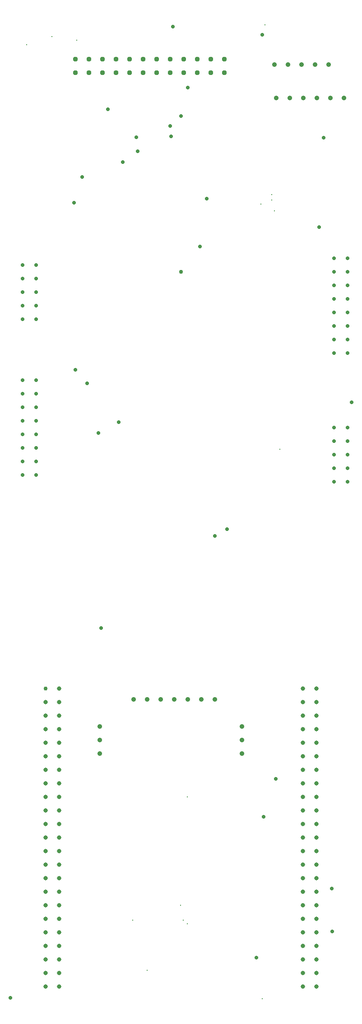
<source format=gbr>
G04 Layer_Color=0*
%FSLAX26Y26*%
%MOIN*%
%TF.FileFunction,Plated,1,6,PTH,Drill*%
%TF.Part,Single*%
G01*
G75*
%TA.AperFunction,ComponentDrill*%
%ADD96C,0.035433*%
%ADD97C,0.027953*%
%ADD98C,0.037402*%
%ADD99C,0.030000*%
%ADD100C,0.031496*%
%ADD101C,0.035433*%
%TA.AperFunction,OtherDrill,Pad Free-2 (-1318mil,5778.5mil)*%
%ADD102C,0.030000*%
%TA.AperFunction,ViaDrill,NotFilled*%
%ADD103C,0.028000*%
%ADD104C,0.011811*%
D96*
X-869851Y2220178D02*
D03*
X-869851Y2320178D02*
D03*
X-869851Y2420178D02*
D03*
X-1919851Y2220178D02*
D03*
X-1919851Y2320178D02*
D03*
X-1919851Y2420178D02*
D03*
D97*
X-188000Y4228500D02*
D03*
X-188000Y4328500D02*
D03*
X-188000Y4428500D02*
D03*
X-188000Y4528500D02*
D03*
X-188000Y4628500D02*
D03*
X-88000Y4228500D02*
D03*
X-88000Y4328500D02*
D03*
X-88000Y4428500D02*
D03*
X-88000Y4528500D02*
D03*
X-88000Y4628500D02*
D03*
X-2488000Y5428500D02*
D03*
X-2488000Y5528500D02*
D03*
X-2488000Y5628500D02*
D03*
X-2488000Y5728500D02*
D03*
X-2488000Y5828500D02*
D03*
X-2388000Y5428500D02*
D03*
X-2388000Y5528500D02*
D03*
X-2388000Y5628500D02*
D03*
X-2388000Y5728500D02*
D03*
X-2388000Y5828500D02*
D03*
X-2388000Y4278500D02*
D03*
X-2388000Y4378500D02*
D03*
X-2388000Y4478500D02*
D03*
X-2488000Y4278500D02*
D03*
X-2488000Y4378500D02*
D03*
X-2488000Y4478500D02*
D03*
X-2388000Y4578500D02*
D03*
X-2388000Y4678500D02*
D03*
X-2388000Y4778500D02*
D03*
X-2388000Y4878500D02*
D03*
X-2388000Y4978500D02*
D03*
X-2488000Y4578500D02*
D03*
X-2488000Y4678500D02*
D03*
X-2488000Y4778500D02*
D03*
X-2488000Y4878500D02*
D03*
X-2488000Y4978500D02*
D03*
X-88000Y5178500D02*
D03*
X-88000Y5278500D02*
D03*
X-88000Y5378500D02*
D03*
X-188000Y5178500D02*
D03*
X-188000Y5278500D02*
D03*
X-188000Y5378500D02*
D03*
X-88000Y5478500D02*
D03*
X-88000Y5578500D02*
D03*
X-88000Y5678500D02*
D03*
X-88000Y5778500D02*
D03*
X-88000Y5878500D02*
D03*
X-188000Y5478500D02*
D03*
X-188000Y5578500D02*
D03*
X-188000Y5678500D02*
D03*
X-188000Y5778500D02*
D03*
X-188000Y5878500D02*
D03*
D98*
X-1098000Y7248500D02*
D03*
X-1098000Y7348500D02*
D03*
X-1198000Y7348500D02*
D03*
X-1298000Y7348500D02*
D03*
X-1398000Y7348500D02*
D03*
X-1498000Y7348500D02*
D03*
X-1598000Y7348500D02*
D03*
X-1698000Y7348500D02*
D03*
X-1798000Y7348500D02*
D03*
X-1898000Y7348500D02*
D03*
X-1998000Y7348500D02*
D03*
X-2098000Y7348500D02*
D03*
X-1198000Y7248500D02*
D03*
X-1298000Y7248500D02*
D03*
X-1398000Y7248500D02*
D03*
X-1498000Y7248500D02*
D03*
X-1598000Y7248500D02*
D03*
X-1698000Y7248500D02*
D03*
X-1798000Y7248500D02*
D03*
X-1898000Y7248500D02*
D03*
X-1998000Y7248500D02*
D03*
X-2098000Y7248500D02*
D03*
X-998000Y7348500D02*
D03*
X-998000Y7248500D02*
D03*
D99*
X-2318000Y2700000D02*
D03*
D100*
X-418000Y500000D02*
D03*
X-418000Y600000D02*
D03*
X-418000Y700000D02*
D03*
X-418000Y800000D02*
D03*
X-418000Y900000D02*
D03*
X-418000Y1000000D02*
D03*
X-418000Y1100000D02*
D03*
X-418000Y1200000D02*
D03*
X-418000Y1300000D02*
D03*
X-418000Y1400000D02*
D03*
X-418000Y1500000D02*
D03*
X-418000Y1600000D02*
D03*
X-418000Y1700000D02*
D03*
X-418000Y1800000D02*
D03*
X-418000Y1900000D02*
D03*
X-418000Y2000000D02*
D03*
X-418000Y2100000D02*
D03*
X-418000Y2200000D02*
D03*
X-418000Y2300000D02*
D03*
X-418000Y2400000D02*
D03*
X-418000Y2500000D02*
D03*
X-418000Y2600000D02*
D03*
X-318000Y500000D02*
D03*
X-318000Y600000D02*
D03*
X-318000Y700000D02*
D03*
X-318000Y800000D02*
D03*
X-318000Y900000D02*
D03*
X-318000Y1000000D02*
D03*
X-318000Y1100000D02*
D03*
X-318000Y1200000D02*
D03*
X-318000Y1300000D02*
D03*
X-318000Y1400000D02*
D03*
X-318000Y1500000D02*
D03*
X-318000Y1600000D02*
D03*
X-318000Y1700000D02*
D03*
X-318000Y1800000D02*
D03*
X-318000Y1900000D02*
D03*
X-318000Y2000000D02*
D03*
X-318000Y2100000D02*
D03*
X-318000Y2200000D02*
D03*
X-318000Y2300000D02*
D03*
X-318000Y2400000D02*
D03*
X-318000Y2500000D02*
D03*
X-318000Y2600000D02*
D03*
X-318000Y2700000D02*
D03*
X-418000Y2700000D02*
D03*
X-2318000Y500000D02*
D03*
X-2318000Y600000D02*
D03*
X-2318000Y700000D02*
D03*
X-2318000Y800000D02*
D03*
X-2318000Y900000D02*
D03*
X-2318000Y1000000D02*
D03*
X-2318000Y1100000D02*
D03*
X-2318000Y1200000D02*
D03*
X-2318000Y1300000D02*
D03*
X-2318000Y1400000D02*
D03*
X-2318000Y1500000D02*
D03*
X-2318000Y1600000D02*
D03*
X-2318000Y1700000D02*
D03*
X-2318000Y1800000D02*
D03*
X-2318000Y1900000D02*
D03*
X-2318000Y2000000D02*
D03*
X-2318000Y2100000D02*
D03*
X-2318000Y2200000D02*
D03*
X-2318000Y2300000D02*
D03*
X-2318000Y2400000D02*
D03*
X-2318000Y2500000D02*
D03*
X-2318000Y2600000D02*
D03*
X-2218000Y500000D02*
D03*
X-2218000Y600000D02*
D03*
X-2218000Y700000D02*
D03*
X-2218000Y800000D02*
D03*
X-2218000Y900000D02*
D03*
X-2218000Y1000000D02*
D03*
X-2218000Y1100000D02*
D03*
X-2218000Y1200000D02*
D03*
X-2218000Y1300000D02*
D03*
X-2218000Y1400000D02*
D03*
X-2218000Y1500000D02*
D03*
X-2218000Y1600000D02*
D03*
X-2218000Y1700000D02*
D03*
X-2218000Y1800000D02*
D03*
X-2218000Y1900000D02*
D03*
X-2218000Y2000000D02*
D03*
X-2218000Y2100000D02*
D03*
X-2218000Y2200000D02*
D03*
X-2218000Y2300000D02*
D03*
X-2218000Y2400000D02*
D03*
X-2218000Y2500000D02*
D03*
X-2218000Y2600000D02*
D03*
X-2218000Y2700000D02*
D03*
D101*
X-116001Y7061500D02*
D03*
X-216001Y7061500D02*
D03*
X-316001Y7061500D02*
D03*
X-416001Y7061500D02*
D03*
X-516001Y7061500D02*
D03*
X-616001Y7061500D02*
D03*
X-330481Y7307176D02*
D03*
X-430481Y7307176D02*
D03*
X-530481Y7307176D02*
D03*
X-630481Y7307176D02*
D03*
X-230481Y7307176D02*
D03*
X-1269851Y2620178D02*
D03*
X-1069851Y2620178D02*
D03*
X-1169851Y2620178D02*
D03*
X-1369851Y2620178D02*
D03*
X-1469851Y2620178D02*
D03*
X-1569851Y2620178D02*
D03*
X-1669851Y2620178D02*
D03*
D102*
X-1318000Y5778500D02*
D03*
D103*
X-1179948Y5964948D02*
D03*
X-763000Y715000D02*
D03*
X-708000Y1755000D02*
D03*
X-618000Y2035000D02*
D03*
X-1748000Y6588500D02*
D03*
X-1858000Y6978500D02*
D03*
X-978000Y3878500D02*
D03*
X-1778000Y4668500D02*
D03*
X-1068000Y3828500D02*
D03*
X-1928000Y4588500D02*
D03*
X-1908000Y3148500D02*
D03*
X-1268000Y7138500D02*
D03*
X-1318000Y6928500D02*
D03*
X-2048000Y6478500D02*
D03*
X-1128000Y6318500D02*
D03*
X-2108000Y6288500D02*
D03*
X-1378000Y7587500D02*
D03*
X-720481Y7527176D02*
D03*
X-265481Y6767176D02*
D03*
X-58000Y4813500D02*
D03*
X-2578000Y418500D02*
D03*
X-205614Y1223272D02*
D03*
X-201677Y908311D02*
D03*
X-1398000Y6853500D02*
D03*
X-1393000Y6778500D02*
D03*
X-298000Y6108500D02*
D03*
X-1648000Y6771500D02*
D03*
X-2013000Y4953500D02*
D03*
X-2098000Y5053500D02*
D03*
X-1638000Y6668500D02*
D03*
D104*
X-1568000Y620000D02*
D03*
X-718000Y410000D02*
D03*
X-1271000Y1899500D02*
D03*
X-698000Y7600000D02*
D03*
X-588000Y4468500D02*
D03*
X-648000Y6348500D02*
D03*
X-2273000Y7513500D02*
D03*
X-1273000Y965500D02*
D03*
X-1323724Y1101224D02*
D03*
X-1674118Y990988D02*
D03*
X-1304039Y990988D02*
D03*
X-648000Y6308500D02*
D03*
X-728000Y6278500D02*
D03*
X-628000Y6228500D02*
D03*
X-2458000Y7453500D02*
D03*
X-2088000Y7488500D02*
D03*
%TF.MD5,db4d868bb7e147dc7bbf7c080dbf57f8*%
M02*

</source>
